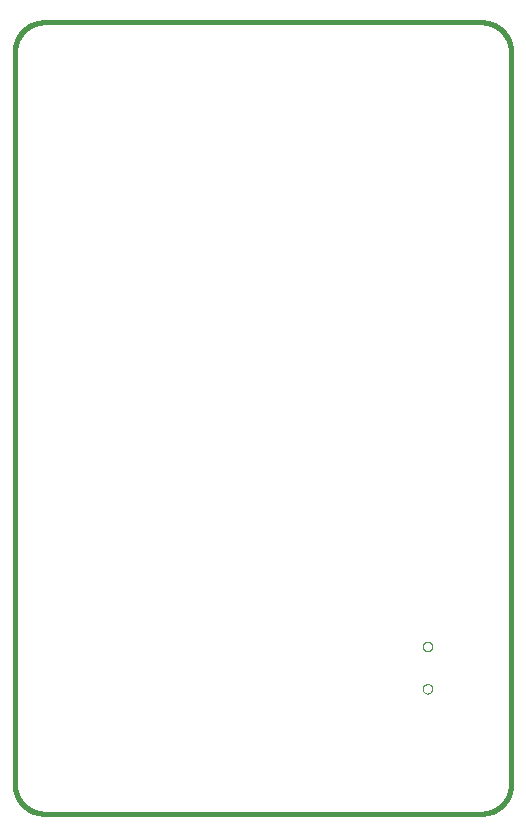
<source format=gbo>
G75*
%MOIN*%
%OFA0B0*%
%FSLAX25Y25*%
%IPPOS*%
%LPD*%
%AMOC8*
5,1,8,0,0,1.08239X$1,22.5*
%
%ADD10C,0.01600*%
%ADD11C,0.00000*%
D10*
X0004556Y0015973D02*
X0004556Y0260068D01*
X0004555Y0260068D02*
X0004558Y0260306D01*
X0004566Y0260544D01*
X0004581Y0260781D01*
X0004601Y0261018D01*
X0004627Y0261254D01*
X0004658Y0261490D01*
X0004695Y0261725D01*
X0004738Y0261959D01*
X0004787Y0262192D01*
X0004841Y0262424D01*
X0004901Y0262654D01*
X0004966Y0262883D01*
X0005037Y0263110D01*
X0005113Y0263335D01*
X0005195Y0263558D01*
X0005282Y0263780D01*
X0005374Y0263999D01*
X0005472Y0264216D01*
X0005574Y0264430D01*
X0005682Y0264642D01*
X0005796Y0264852D01*
X0005914Y0265058D01*
X0006037Y0265262D01*
X0006165Y0265462D01*
X0006297Y0265659D01*
X0006435Y0265854D01*
X0006577Y0266044D01*
X0006724Y0266232D01*
X0006875Y0266415D01*
X0007030Y0266595D01*
X0007190Y0266771D01*
X0007354Y0266943D01*
X0007523Y0267112D01*
X0007695Y0267276D01*
X0007871Y0267436D01*
X0008051Y0267591D01*
X0008234Y0267742D01*
X0008422Y0267889D01*
X0008612Y0268031D01*
X0008807Y0268169D01*
X0009004Y0268301D01*
X0009204Y0268429D01*
X0009408Y0268552D01*
X0009614Y0268670D01*
X0009824Y0268784D01*
X0010036Y0268892D01*
X0010250Y0268994D01*
X0010467Y0269092D01*
X0010686Y0269184D01*
X0010908Y0269271D01*
X0011131Y0269353D01*
X0011356Y0269429D01*
X0011583Y0269500D01*
X0011812Y0269565D01*
X0012042Y0269625D01*
X0012274Y0269679D01*
X0012507Y0269728D01*
X0012741Y0269771D01*
X0012976Y0269808D01*
X0013212Y0269839D01*
X0013448Y0269865D01*
X0013685Y0269885D01*
X0013922Y0269900D01*
X0014160Y0269908D01*
X0014398Y0269911D01*
X0014398Y0269910D02*
X0160068Y0269910D01*
X0160068Y0269911D02*
X0160306Y0269908D01*
X0160544Y0269900D01*
X0160781Y0269885D01*
X0161018Y0269865D01*
X0161254Y0269839D01*
X0161490Y0269808D01*
X0161725Y0269771D01*
X0161959Y0269728D01*
X0162192Y0269679D01*
X0162424Y0269625D01*
X0162654Y0269565D01*
X0162883Y0269500D01*
X0163110Y0269429D01*
X0163335Y0269353D01*
X0163558Y0269271D01*
X0163780Y0269184D01*
X0163999Y0269092D01*
X0164216Y0268994D01*
X0164430Y0268892D01*
X0164642Y0268784D01*
X0164852Y0268670D01*
X0165058Y0268552D01*
X0165262Y0268429D01*
X0165462Y0268301D01*
X0165659Y0268169D01*
X0165854Y0268031D01*
X0166044Y0267889D01*
X0166232Y0267742D01*
X0166415Y0267591D01*
X0166595Y0267436D01*
X0166771Y0267276D01*
X0166943Y0267112D01*
X0167112Y0266943D01*
X0167276Y0266771D01*
X0167436Y0266595D01*
X0167591Y0266415D01*
X0167742Y0266232D01*
X0167889Y0266044D01*
X0168031Y0265854D01*
X0168169Y0265659D01*
X0168301Y0265462D01*
X0168429Y0265262D01*
X0168552Y0265058D01*
X0168670Y0264852D01*
X0168784Y0264642D01*
X0168892Y0264430D01*
X0168994Y0264216D01*
X0169092Y0263999D01*
X0169184Y0263780D01*
X0169271Y0263558D01*
X0169353Y0263335D01*
X0169429Y0263110D01*
X0169500Y0262883D01*
X0169565Y0262654D01*
X0169625Y0262424D01*
X0169679Y0262192D01*
X0169728Y0261959D01*
X0169771Y0261725D01*
X0169808Y0261490D01*
X0169839Y0261254D01*
X0169865Y0261018D01*
X0169885Y0260781D01*
X0169900Y0260544D01*
X0169908Y0260306D01*
X0169911Y0260068D01*
X0169910Y0260068D02*
X0169910Y0015973D01*
X0169911Y0015973D02*
X0169908Y0015735D01*
X0169900Y0015497D01*
X0169885Y0015260D01*
X0169865Y0015023D01*
X0169839Y0014787D01*
X0169808Y0014551D01*
X0169771Y0014316D01*
X0169728Y0014082D01*
X0169679Y0013849D01*
X0169625Y0013617D01*
X0169565Y0013387D01*
X0169500Y0013158D01*
X0169429Y0012931D01*
X0169353Y0012706D01*
X0169271Y0012483D01*
X0169184Y0012261D01*
X0169092Y0012042D01*
X0168994Y0011825D01*
X0168892Y0011611D01*
X0168784Y0011399D01*
X0168670Y0011189D01*
X0168552Y0010983D01*
X0168429Y0010779D01*
X0168301Y0010579D01*
X0168169Y0010382D01*
X0168031Y0010187D01*
X0167889Y0009997D01*
X0167742Y0009809D01*
X0167591Y0009626D01*
X0167436Y0009446D01*
X0167276Y0009270D01*
X0167112Y0009098D01*
X0166943Y0008929D01*
X0166771Y0008765D01*
X0166595Y0008605D01*
X0166415Y0008450D01*
X0166232Y0008299D01*
X0166044Y0008152D01*
X0165854Y0008010D01*
X0165659Y0007872D01*
X0165462Y0007740D01*
X0165262Y0007612D01*
X0165058Y0007489D01*
X0164852Y0007371D01*
X0164642Y0007257D01*
X0164430Y0007149D01*
X0164216Y0007047D01*
X0163999Y0006949D01*
X0163780Y0006857D01*
X0163558Y0006770D01*
X0163335Y0006688D01*
X0163110Y0006612D01*
X0162883Y0006541D01*
X0162654Y0006476D01*
X0162424Y0006416D01*
X0162192Y0006362D01*
X0161959Y0006313D01*
X0161725Y0006270D01*
X0161490Y0006233D01*
X0161254Y0006202D01*
X0161018Y0006176D01*
X0160781Y0006156D01*
X0160544Y0006141D01*
X0160306Y0006133D01*
X0160068Y0006130D01*
X0160068Y0006131D02*
X0014398Y0006131D01*
X0014398Y0006130D02*
X0014160Y0006133D01*
X0013922Y0006141D01*
X0013685Y0006156D01*
X0013448Y0006176D01*
X0013212Y0006202D01*
X0012976Y0006233D01*
X0012741Y0006270D01*
X0012507Y0006313D01*
X0012274Y0006362D01*
X0012042Y0006416D01*
X0011812Y0006476D01*
X0011583Y0006541D01*
X0011356Y0006612D01*
X0011131Y0006688D01*
X0010908Y0006770D01*
X0010686Y0006857D01*
X0010467Y0006949D01*
X0010250Y0007047D01*
X0010036Y0007149D01*
X0009824Y0007257D01*
X0009614Y0007371D01*
X0009408Y0007489D01*
X0009204Y0007612D01*
X0009004Y0007740D01*
X0008807Y0007872D01*
X0008612Y0008010D01*
X0008422Y0008152D01*
X0008234Y0008299D01*
X0008051Y0008450D01*
X0007871Y0008605D01*
X0007695Y0008765D01*
X0007523Y0008929D01*
X0007354Y0009098D01*
X0007190Y0009270D01*
X0007030Y0009446D01*
X0006875Y0009626D01*
X0006724Y0009809D01*
X0006577Y0009997D01*
X0006435Y0010187D01*
X0006297Y0010382D01*
X0006165Y0010579D01*
X0006037Y0010779D01*
X0005914Y0010983D01*
X0005796Y0011189D01*
X0005682Y0011399D01*
X0005574Y0011611D01*
X0005472Y0011825D01*
X0005374Y0012042D01*
X0005282Y0012261D01*
X0005195Y0012483D01*
X0005113Y0012706D01*
X0005037Y0012931D01*
X0004966Y0013158D01*
X0004901Y0013387D01*
X0004841Y0013617D01*
X0004787Y0013849D01*
X0004738Y0014082D01*
X0004695Y0014316D01*
X0004658Y0014551D01*
X0004627Y0014787D01*
X0004601Y0015023D01*
X0004581Y0015260D01*
X0004566Y0015497D01*
X0004558Y0015735D01*
X0004555Y0015973D01*
D11*
X0140501Y0047745D02*
X0140503Y0047824D01*
X0140509Y0047903D01*
X0140519Y0047982D01*
X0140533Y0048060D01*
X0140550Y0048137D01*
X0140572Y0048213D01*
X0140597Y0048288D01*
X0140627Y0048361D01*
X0140659Y0048433D01*
X0140696Y0048504D01*
X0140736Y0048572D01*
X0140779Y0048638D01*
X0140825Y0048702D01*
X0140875Y0048764D01*
X0140928Y0048823D01*
X0140983Y0048879D01*
X0141042Y0048933D01*
X0141103Y0048983D01*
X0141166Y0049031D01*
X0141232Y0049075D01*
X0141300Y0049116D01*
X0141370Y0049153D01*
X0141441Y0049187D01*
X0141515Y0049217D01*
X0141589Y0049243D01*
X0141665Y0049265D01*
X0141742Y0049284D01*
X0141820Y0049299D01*
X0141898Y0049310D01*
X0141977Y0049317D01*
X0142056Y0049320D01*
X0142135Y0049319D01*
X0142214Y0049314D01*
X0142293Y0049305D01*
X0142371Y0049292D01*
X0142448Y0049275D01*
X0142525Y0049255D01*
X0142600Y0049230D01*
X0142674Y0049202D01*
X0142747Y0049170D01*
X0142817Y0049135D01*
X0142886Y0049096D01*
X0142953Y0049053D01*
X0143018Y0049007D01*
X0143080Y0048959D01*
X0143140Y0048907D01*
X0143197Y0048852D01*
X0143251Y0048794D01*
X0143302Y0048734D01*
X0143350Y0048671D01*
X0143395Y0048606D01*
X0143437Y0048538D01*
X0143475Y0048469D01*
X0143509Y0048398D01*
X0143540Y0048325D01*
X0143568Y0048250D01*
X0143591Y0048175D01*
X0143611Y0048098D01*
X0143627Y0048021D01*
X0143639Y0047942D01*
X0143647Y0047864D01*
X0143651Y0047785D01*
X0143651Y0047705D01*
X0143647Y0047626D01*
X0143639Y0047548D01*
X0143627Y0047469D01*
X0143611Y0047392D01*
X0143591Y0047315D01*
X0143568Y0047240D01*
X0143540Y0047165D01*
X0143509Y0047092D01*
X0143475Y0047021D01*
X0143437Y0046952D01*
X0143395Y0046884D01*
X0143350Y0046819D01*
X0143302Y0046756D01*
X0143251Y0046696D01*
X0143197Y0046638D01*
X0143140Y0046583D01*
X0143080Y0046531D01*
X0143018Y0046483D01*
X0142953Y0046437D01*
X0142886Y0046394D01*
X0142817Y0046355D01*
X0142747Y0046320D01*
X0142674Y0046288D01*
X0142600Y0046260D01*
X0142525Y0046235D01*
X0142448Y0046215D01*
X0142371Y0046198D01*
X0142293Y0046185D01*
X0142214Y0046176D01*
X0142135Y0046171D01*
X0142056Y0046170D01*
X0141977Y0046173D01*
X0141898Y0046180D01*
X0141820Y0046191D01*
X0141742Y0046206D01*
X0141665Y0046225D01*
X0141589Y0046247D01*
X0141515Y0046273D01*
X0141441Y0046303D01*
X0141370Y0046337D01*
X0141300Y0046374D01*
X0141232Y0046415D01*
X0141166Y0046459D01*
X0141103Y0046507D01*
X0141042Y0046557D01*
X0140983Y0046611D01*
X0140928Y0046667D01*
X0140875Y0046726D01*
X0140825Y0046788D01*
X0140779Y0046852D01*
X0140736Y0046918D01*
X0140696Y0046986D01*
X0140659Y0047057D01*
X0140627Y0047129D01*
X0140597Y0047202D01*
X0140572Y0047277D01*
X0140550Y0047353D01*
X0140533Y0047430D01*
X0140519Y0047508D01*
X0140509Y0047587D01*
X0140503Y0047666D01*
X0140501Y0047745D01*
X0140501Y0061918D02*
X0140503Y0061997D01*
X0140509Y0062076D01*
X0140519Y0062155D01*
X0140533Y0062233D01*
X0140550Y0062310D01*
X0140572Y0062386D01*
X0140597Y0062461D01*
X0140627Y0062534D01*
X0140659Y0062606D01*
X0140696Y0062677D01*
X0140736Y0062745D01*
X0140779Y0062811D01*
X0140825Y0062875D01*
X0140875Y0062937D01*
X0140928Y0062996D01*
X0140983Y0063052D01*
X0141042Y0063106D01*
X0141103Y0063156D01*
X0141166Y0063204D01*
X0141232Y0063248D01*
X0141300Y0063289D01*
X0141370Y0063326D01*
X0141441Y0063360D01*
X0141515Y0063390D01*
X0141589Y0063416D01*
X0141665Y0063438D01*
X0141742Y0063457D01*
X0141820Y0063472D01*
X0141898Y0063483D01*
X0141977Y0063490D01*
X0142056Y0063493D01*
X0142135Y0063492D01*
X0142214Y0063487D01*
X0142293Y0063478D01*
X0142371Y0063465D01*
X0142448Y0063448D01*
X0142525Y0063428D01*
X0142600Y0063403D01*
X0142674Y0063375D01*
X0142747Y0063343D01*
X0142817Y0063308D01*
X0142886Y0063269D01*
X0142953Y0063226D01*
X0143018Y0063180D01*
X0143080Y0063132D01*
X0143140Y0063080D01*
X0143197Y0063025D01*
X0143251Y0062967D01*
X0143302Y0062907D01*
X0143350Y0062844D01*
X0143395Y0062779D01*
X0143437Y0062711D01*
X0143475Y0062642D01*
X0143509Y0062571D01*
X0143540Y0062498D01*
X0143568Y0062423D01*
X0143591Y0062348D01*
X0143611Y0062271D01*
X0143627Y0062194D01*
X0143639Y0062115D01*
X0143647Y0062037D01*
X0143651Y0061958D01*
X0143651Y0061878D01*
X0143647Y0061799D01*
X0143639Y0061721D01*
X0143627Y0061642D01*
X0143611Y0061565D01*
X0143591Y0061488D01*
X0143568Y0061413D01*
X0143540Y0061338D01*
X0143509Y0061265D01*
X0143475Y0061194D01*
X0143437Y0061125D01*
X0143395Y0061057D01*
X0143350Y0060992D01*
X0143302Y0060929D01*
X0143251Y0060869D01*
X0143197Y0060811D01*
X0143140Y0060756D01*
X0143080Y0060704D01*
X0143018Y0060656D01*
X0142953Y0060610D01*
X0142886Y0060567D01*
X0142817Y0060528D01*
X0142747Y0060493D01*
X0142674Y0060461D01*
X0142600Y0060433D01*
X0142525Y0060408D01*
X0142448Y0060388D01*
X0142371Y0060371D01*
X0142293Y0060358D01*
X0142214Y0060349D01*
X0142135Y0060344D01*
X0142056Y0060343D01*
X0141977Y0060346D01*
X0141898Y0060353D01*
X0141820Y0060364D01*
X0141742Y0060379D01*
X0141665Y0060398D01*
X0141589Y0060420D01*
X0141515Y0060446D01*
X0141441Y0060476D01*
X0141370Y0060510D01*
X0141300Y0060547D01*
X0141232Y0060588D01*
X0141166Y0060632D01*
X0141103Y0060680D01*
X0141042Y0060730D01*
X0140983Y0060784D01*
X0140928Y0060840D01*
X0140875Y0060899D01*
X0140825Y0060961D01*
X0140779Y0061025D01*
X0140736Y0061091D01*
X0140696Y0061159D01*
X0140659Y0061230D01*
X0140627Y0061302D01*
X0140597Y0061375D01*
X0140572Y0061450D01*
X0140550Y0061526D01*
X0140533Y0061603D01*
X0140519Y0061681D01*
X0140509Y0061760D01*
X0140503Y0061839D01*
X0140501Y0061918D01*
M02*

</source>
